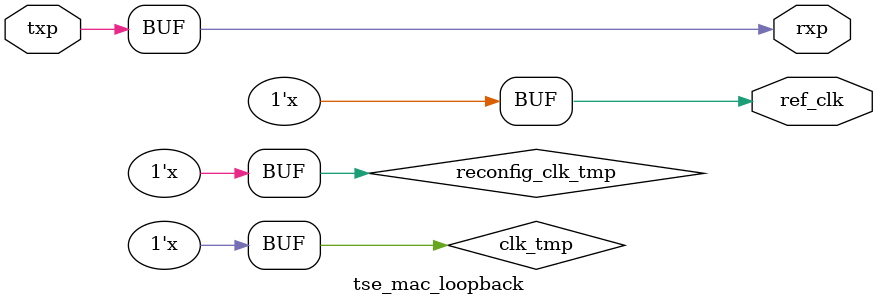
<source format=v>

`timescale 1ns / 1ps

module tse_mac_loopback (
  ref_clk,


  txp,
  rxp


);

  output ref_clk;


  input txp;
  output rxp;


  reg clk_tmp;
  initial
     clk_tmp <= 1'b0;
  always
     #4 clk_tmp <= ~clk_tmp;
  reg reconfig_clk_tmp;
  initial
     reconfig_clk_tmp <= 1'b0;
  always
     #20 reconfig_clk_tmp <= ~reconfig_clk_tmp;
  assign ref_clk = clk_tmp;


  assign rxp=txp;


endmodule

</source>
